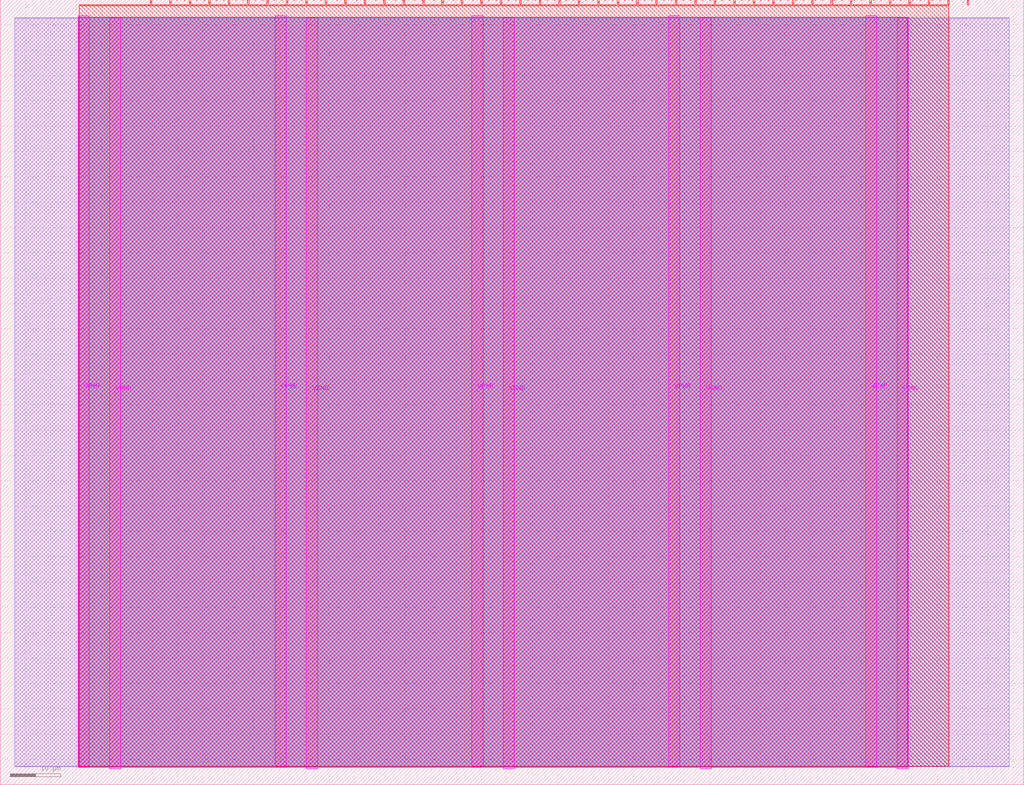
<source format=lef>
VERSION 5.7 ;
  NOWIREEXTENSIONATPIN ON ;
  DIVIDERCHAR "/" ;
  BUSBITCHARS "[]" ;
MACRO tt_um_wokwi_450492222691728385
  CLASS BLOCK ;
  FOREIGN tt_um_wokwi_450492222691728385 ;
  ORIGIN 0.000 0.000 ;
  SIZE 202.080 BY 154.980 ;
  PIN VGND
    DIRECTION INOUT ;
    USE GROUND ;
    PORT
      LAYER TopMetal1 ;
        RECT 21.580 3.150 23.780 151.420 ;
    END
    PORT
      LAYER TopMetal1 ;
        RECT 60.450 3.150 62.650 151.420 ;
    END
    PORT
      LAYER TopMetal1 ;
        RECT 99.320 3.150 101.520 151.420 ;
    END
    PORT
      LAYER TopMetal1 ;
        RECT 138.190 3.150 140.390 151.420 ;
    END
    PORT
      LAYER TopMetal1 ;
        RECT 177.060 3.150 179.260 151.420 ;
    END
  END VGND
  PIN VPWR
    DIRECTION INOUT ;
    USE POWER ;
    PORT
      LAYER TopMetal1 ;
        RECT 15.380 3.560 17.580 151.830 ;
    END
    PORT
      LAYER TopMetal1 ;
        RECT 54.250 3.560 56.450 151.830 ;
    END
    PORT
      LAYER TopMetal1 ;
        RECT 93.120 3.560 95.320 151.830 ;
    END
    PORT
      LAYER TopMetal1 ;
        RECT 131.990 3.560 134.190 151.830 ;
    END
    PORT
      LAYER TopMetal1 ;
        RECT 170.860 3.560 173.060 151.830 ;
    END
  END VPWR
  PIN clk
    DIRECTION INPUT ;
    USE SIGNAL ;
    ANTENNAGATEAREA 0.241800 ;
    PORT
      LAYER Metal4 ;
        RECT 187.050 153.980 187.350 154.980 ;
    END
  END clk
  PIN ena
    DIRECTION INPUT ;
    USE SIGNAL ;
    PORT
      LAYER Metal4 ;
        RECT 190.890 153.980 191.190 154.980 ;
    END
  END ena
  PIN rst_n
    DIRECTION INPUT ;
    USE SIGNAL ;
    PORT
      LAYER Metal4 ;
        RECT 183.210 153.980 183.510 154.980 ;
    END
  END rst_n
  PIN ui_in[0]
    DIRECTION INPUT ;
    USE SIGNAL ;
    PORT
      LAYER Metal4 ;
        RECT 179.370 153.980 179.670 154.980 ;
    END
  END ui_in[0]
  PIN ui_in[1]
    DIRECTION INPUT ;
    USE SIGNAL ;
    PORT
      LAYER Metal4 ;
        RECT 175.530 153.980 175.830 154.980 ;
    END
  END ui_in[1]
  PIN ui_in[2]
    DIRECTION INPUT ;
    USE SIGNAL ;
    PORT
      LAYER Metal4 ;
        RECT 171.690 153.980 171.990 154.980 ;
    END
  END ui_in[2]
  PIN ui_in[3]
    DIRECTION INPUT ;
    USE SIGNAL ;
    PORT
      LAYER Metal4 ;
        RECT 167.850 153.980 168.150 154.980 ;
    END
  END ui_in[3]
  PIN ui_in[4]
    DIRECTION INPUT ;
    USE SIGNAL ;
    PORT
      LAYER Metal4 ;
        RECT 164.010 153.980 164.310 154.980 ;
    END
  END ui_in[4]
  PIN ui_in[5]
    DIRECTION INPUT ;
    USE SIGNAL ;
    PORT
      LAYER Metal4 ;
        RECT 160.170 153.980 160.470 154.980 ;
    END
  END ui_in[5]
  PIN ui_in[6]
    DIRECTION INPUT ;
    USE SIGNAL ;
    PORT
      LAYER Metal4 ;
        RECT 156.330 153.980 156.630 154.980 ;
    END
  END ui_in[6]
  PIN ui_in[7]
    DIRECTION INPUT ;
    USE SIGNAL ;
    PORT
      LAYER Metal4 ;
        RECT 152.490 153.980 152.790 154.980 ;
    END
  END ui_in[7]
  PIN uio_in[0]
    DIRECTION INPUT ;
    USE SIGNAL ;
    PORT
      LAYER Metal4 ;
        RECT 148.650 153.980 148.950 154.980 ;
    END
  END uio_in[0]
  PIN uio_in[1]
    DIRECTION INPUT ;
    USE SIGNAL ;
    PORT
      LAYER Metal4 ;
        RECT 144.810 153.980 145.110 154.980 ;
    END
  END uio_in[1]
  PIN uio_in[2]
    DIRECTION INPUT ;
    USE SIGNAL ;
    PORT
      LAYER Metal4 ;
        RECT 140.970 153.980 141.270 154.980 ;
    END
  END uio_in[2]
  PIN uio_in[3]
    DIRECTION INPUT ;
    USE SIGNAL ;
    PORT
      LAYER Metal4 ;
        RECT 137.130 153.980 137.430 154.980 ;
    END
  END uio_in[3]
  PIN uio_in[4]
    DIRECTION INPUT ;
    USE SIGNAL ;
    PORT
      LAYER Metal4 ;
        RECT 133.290 153.980 133.590 154.980 ;
    END
  END uio_in[4]
  PIN uio_in[5]
    DIRECTION INPUT ;
    USE SIGNAL ;
    PORT
      LAYER Metal4 ;
        RECT 129.450 153.980 129.750 154.980 ;
    END
  END uio_in[5]
  PIN uio_in[6]
    DIRECTION INPUT ;
    USE SIGNAL ;
    PORT
      LAYER Metal4 ;
        RECT 125.610 153.980 125.910 154.980 ;
    END
  END uio_in[6]
  PIN uio_in[7]
    DIRECTION INPUT ;
    USE SIGNAL ;
    PORT
      LAYER Metal4 ;
        RECT 121.770 153.980 122.070 154.980 ;
    END
  END uio_in[7]
  PIN uio_oe[0]
    DIRECTION OUTPUT ;
    USE SIGNAL ;
    ANTENNADIFFAREA 0.299200 ;
    PORT
      LAYER Metal4 ;
        RECT 56.490 153.980 56.790 154.980 ;
    END
  END uio_oe[0]
  PIN uio_oe[1]
    DIRECTION OUTPUT ;
    USE SIGNAL ;
    ANTENNADIFFAREA 0.299200 ;
    PORT
      LAYER Metal4 ;
        RECT 52.650 153.980 52.950 154.980 ;
    END
  END uio_oe[1]
  PIN uio_oe[2]
    DIRECTION OUTPUT ;
    USE SIGNAL ;
    ANTENNADIFFAREA 0.299200 ;
    PORT
      LAYER Metal4 ;
        RECT 48.810 153.980 49.110 154.980 ;
    END
  END uio_oe[2]
  PIN uio_oe[3]
    DIRECTION OUTPUT ;
    USE SIGNAL ;
    ANTENNADIFFAREA 0.299200 ;
    PORT
      LAYER Metal4 ;
        RECT 44.970 153.980 45.270 154.980 ;
    END
  END uio_oe[3]
  PIN uio_oe[4]
    DIRECTION OUTPUT ;
    USE SIGNAL ;
    ANTENNADIFFAREA 0.299200 ;
    PORT
      LAYER Metal4 ;
        RECT 41.130 153.980 41.430 154.980 ;
    END
  END uio_oe[4]
  PIN uio_oe[5]
    DIRECTION OUTPUT ;
    USE SIGNAL ;
    ANTENNADIFFAREA 0.299200 ;
    PORT
      LAYER Metal4 ;
        RECT 37.290 153.980 37.590 154.980 ;
    END
  END uio_oe[5]
  PIN uio_oe[6]
    DIRECTION OUTPUT ;
    USE SIGNAL ;
    ANTENNADIFFAREA 0.299200 ;
    PORT
      LAYER Metal4 ;
        RECT 33.450 153.980 33.750 154.980 ;
    END
  END uio_oe[6]
  PIN uio_oe[7]
    DIRECTION OUTPUT ;
    USE SIGNAL ;
    ANTENNADIFFAREA 0.299200 ;
    PORT
      LAYER Metal4 ;
        RECT 29.610 153.980 29.910 154.980 ;
    END
  END uio_oe[7]
  PIN uio_out[0]
    DIRECTION OUTPUT ;
    USE SIGNAL ;
    ANTENNADIFFAREA 0.299200 ;
    PORT
      LAYER Metal4 ;
        RECT 87.210 153.980 87.510 154.980 ;
    END
  END uio_out[0]
  PIN uio_out[1]
    DIRECTION OUTPUT ;
    USE SIGNAL ;
    ANTENNADIFFAREA 0.299200 ;
    PORT
      LAYER Metal4 ;
        RECT 83.370 153.980 83.670 154.980 ;
    END
  END uio_out[1]
  PIN uio_out[2]
    DIRECTION OUTPUT ;
    USE SIGNAL ;
    ANTENNADIFFAREA 0.299200 ;
    PORT
      LAYER Metal4 ;
        RECT 79.530 153.980 79.830 154.980 ;
    END
  END uio_out[2]
  PIN uio_out[3]
    DIRECTION OUTPUT ;
    USE SIGNAL ;
    ANTENNADIFFAREA 0.299200 ;
    PORT
      LAYER Metal4 ;
        RECT 75.690 153.980 75.990 154.980 ;
    END
  END uio_out[3]
  PIN uio_out[4]
    DIRECTION OUTPUT ;
    USE SIGNAL ;
    ANTENNADIFFAREA 0.299200 ;
    PORT
      LAYER Metal4 ;
        RECT 71.850 153.980 72.150 154.980 ;
    END
  END uio_out[4]
  PIN uio_out[5]
    DIRECTION OUTPUT ;
    USE SIGNAL ;
    ANTENNADIFFAREA 0.299200 ;
    PORT
      LAYER Metal4 ;
        RECT 68.010 153.980 68.310 154.980 ;
    END
  END uio_out[5]
  PIN uio_out[6]
    DIRECTION OUTPUT ;
    USE SIGNAL ;
    ANTENNADIFFAREA 0.299200 ;
    PORT
      LAYER Metal4 ;
        RECT 64.170 153.980 64.470 154.980 ;
    END
  END uio_out[6]
  PIN uio_out[7]
    DIRECTION OUTPUT ;
    USE SIGNAL ;
    ANTENNADIFFAREA 0.299200 ;
    PORT
      LAYER Metal4 ;
        RECT 60.330 153.980 60.630 154.980 ;
    END
  END uio_out[7]
  PIN uo_out[0]
    DIRECTION OUTPUT ;
    USE SIGNAL ;
    ANTENNADIFFAREA 0.299200 ;
    PORT
      LAYER Metal4 ;
        RECT 117.930 153.980 118.230 154.980 ;
    END
  END uo_out[0]
  PIN uo_out[1]
    DIRECTION OUTPUT ;
    USE SIGNAL ;
    ANTENNADIFFAREA 0.299200 ;
    PORT
      LAYER Metal4 ;
        RECT 114.090 153.980 114.390 154.980 ;
    END
  END uo_out[1]
  PIN uo_out[2]
    DIRECTION OUTPUT ;
    USE SIGNAL ;
    ANTENNADIFFAREA 0.708600 ;
    PORT
      LAYER Metal4 ;
        RECT 110.250 153.980 110.550 154.980 ;
    END
  END uo_out[2]
  PIN uo_out[3]
    DIRECTION OUTPUT ;
    USE SIGNAL ;
    ANTENNADIFFAREA 0.299200 ;
    PORT
      LAYER Metal4 ;
        RECT 106.410 153.980 106.710 154.980 ;
    END
  END uo_out[3]
  PIN uo_out[4]
    DIRECTION OUTPUT ;
    USE SIGNAL ;
    ANTENNADIFFAREA 0.708600 ;
    PORT
      LAYER Metal4 ;
        RECT 102.570 153.980 102.870 154.980 ;
    END
  END uo_out[4]
  PIN uo_out[5]
    DIRECTION OUTPUT ;
    USE SIGNAL ;
    ANTENNADIFFAREA 0.708600 ;
    PORT
      LAYER Metal4 ;
        RECT 98.730 153.980 99.030 154.980 ;
    END
  END uo_out[5]
  PIN uo_out[6]
    DIRECTION OUTPUT ;
    USE SIGNAL ;
    ANTENNADIFFAREA 0.708600 ;
    PORT
      LAYER Metal4 ;
        RECT 94.890 153.980 95.190 154.980 ;
    END
  END uo_out[6]
  PIN uo_out[7]
    DIRECTION OUTPUT ;
    USE SIGNAL ;
    ANTENNADIFFAREA 0.299200 ;
    PORT
      LAYER Metal4 ;
        RECT 91.050 153.980 91.350 154.980 ;
    END
  END uo_out[7]
  OBS
      LAYER GatPoly ;
        RECT 2.880 3.630 199.200 151.350 ;
      LAYER Metal1 ;
        RECT 2.880 3.560 199.200 151.420 ;
      LAYER Metal2 ;
        RECT 15.560 3.635 179.080 151.345 ;
      LAYER Metal3 ;
        RECT 15.515 3.680 187.345 151.300 ;
      LAYER Metal4 ;
        RECT 15.560 153.770 29.400 153.980 ;
        RECT 30.120 153.770 33.240 153.980 ;
        RECT 33.960 153.770 37.080 153.980 ;
        RECT 37.800 153.770 40.920 153.980 ;
        RECT 41.640 153.770 44.760 153.980 ;
        RECT 45.480 153.770 48.600 153.980 ;
        RECT 49.320 153.770 52.440 153.980 ;
        RECT 53.160 153.770 56.280 153.980 ;
        RECT 57.000 153.770 60.120 153.980 ;
        RECT 60.840 153.770 63.960 153.980 ;
        RECT 64.680 153.770 67.800 153.980 ;
        RECT 68.520 153.770 71.640 153.980 ;
        RECT 72.360 153.770 75.480 153.980 ;
        RECT 76.200 153.770 79.320 153.980 ;
        RECT 80.040 153.770 83.160 153.980 ;
        RECT 83.880 153.770 87.000 153.980 ;
        RECT 87.720 153.770 90.840 153.980 ;
        RECT 91.560 153.770 94.680 153.980 ;
        RECT 95.400 153.770 98.520 153.980 ;
        RECT 99.240 153.770 102.360 153.980 ;
        RECT 103.080 153.770 106.200 153.980 ;
        RECT 106.920 153.770 110.040 153.980 ;
        RECT 110.760 153.770 113.880 153.980 ;
        RECT 114.600 153.770 117.720 153.980 ;
        RECT 118.440 153.770 121.560 153.980 ;
        RECT 122.280 153.770 125.400 153.980 ;
        RECT 126.120 153.770 129.240 153.980 ;
        RECT 129.960 153.770 133.080 153.980 ;
        RECT 133.800 153.770 136.920 153.980 ;
        RECT 137.640 153.770 140.760 153.980 ;
        RECT 141.480 153.770 144.600 153.980 ;
        RECT 145.320 153.770 148.440 153.980 ;
        RECT 149.160 153.770 152.280 153.980 ;
        RECT 153.000 153.770 156.120 153.980 ;
        RECT 156.840 153.770 159.960 153.980 ;
        RECT 160.680 153.770 163.800 153.980 ;
        RECT 164.520 153.770 167.640 153.980 ;
        RECT 168.360 153.770 171.480 153.980 ;
        RECT 172.200 153.770 175.320 153.980 ;
        RECT 176.040 153.770 179.160 153.980 ;
        RECT 179.880 153.770 183.000 153.980 ;
        RECT 183.720 153.770 186.840 153.980 ;
        RECT 15.560 3.635 187.300 153.770 ;
      LAYER Metal5 ;
        RECT 15.515 3.470 179.125 151.510 ;
  END
END tt_um_wokwi_450492222691728385
END LIBRARY


</source>
